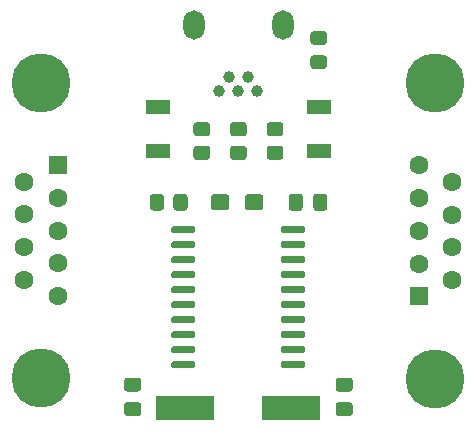
<source format=gbr>
%TF.GenerationSoftware,KiCad,Pcbnew,(5.1.6)-1*%
%TF.CreationDate,2021-06-08T09:34:39+02:00*%
%TF.ProjectId,Joyadapter_SMD,4a6f7961-6461-4707-9465-725f534d442e,rev?*%
%TF.SameCoordinates,Original*%
%TF.FileFunction,Soldermask,Top*%
%TF.FilePolarity,Negative*%
%FSLAX46Y46*%
G04 Gerber Fmt 4.6, Leading zero omitted, Abs format (unit mm)*
G04 Created by KiCad (PCBNEW (5.1.6)-1) date 2021-06-08 09:34:39*
%MOMM*%
%LPD*%
G01*
G04 APERTURE LIST*
%ADD10C,1.000000*%
%ADD11O,1.800000X2.500000*%
%ADD12R,5.000000X2.000000*%
%ADD13C,5.000000*%
%ADD14C,1.600000*%
%ADD15R,1.600000X1.600000*%
%ADD16R,2.000000X1.250000*%
G04 APERTURE END LIST*
D10*
%TO.C,J3*%
X149965000Y-94690000D03*
X148365000Y-94690000D03*
X150765000Y-95890000D03*
X147565000Y-95890000D03*
X149165000Y-95890000D03*
D11*
X152915000Y-90240000D03*
X145415000Y-90240000D03*
%TD*%
%TO.C,F1*%
G36*
G01*
X155514999Y-92840000D02*
X156415001Y-92840000D01*
G75*
G02*
X156665000Y-93089999I0J-249999D01*
G01*
X156665000Y-93740001D01*
G75*
G02*
X156415001Y-93990000I-249999J0D01*
G01*
X155514999Y-93990000D01*
G75*
G02*
X155265000Y-93740001I0J249999D01*
G01*
X155265000Y-93089999D01*
G75*
G02*
X155514999Y-92840000I249999J0D01*
G01*
G37*
G36*
G01*
X155514999Y-90790000D02*
X156415001Y-90790000D01*
G75*
G02*
X156665000Y-91039999I0J-249999D01*
G01*
X156665000Y-91690001D01*
G75*
G02*
X156415001Y-91940000I-249999J0D01*
G01*
X155514999Y-91940000D01*
G75*
G02*
X155265000Y-91690001I0J249999D01*
G01*
X155265000Y-91039999D01*
G75*
G02*
X155514999Y-90790000I249999J0D01*
G01*
G37*
%TD*%
%TO.C,R4*%
G36*
G01*
X148714999Y-100490000D02*
X149615001Y-100490000D01*
G75*
G02*
X149865000Y-100739999I0J-249999D01*
G01*
X149865000Y-101440001D01*
G75*
G02*
X149615001Y-101690000I-249999J0D01*
G01*
X148714999Y-101690000D01*
G75*
G02*
X148465000Y-101440001I0J249999D01*
G01*
X148465000Y-100739999D01*
G75*
G02*
X148714999Y-100490000I249999J0D01*
G01*
G37*
G36*
G01*
X148714999Y-98490000D02*
X149615001Y-98490000D01*
G75*
G02*
X149865000Y-98739999I0J-249999D01*
G01*
X149865000Y-99440001D01*
G75*
G02*
X149615001Y-99690000I-249999J0D01*
G01*
X148714999Y-99690000D01*
G75*
G02*
X148465000Y-99440001I0J249999D01*
G01*
X148465000Y-98739999D01*
G75*
G02*
X148714999Y-98490000I249999J0D01*
G01*
G37*
%TD*%
D12*
%TO.C,Y1*%
X153635000Y-122670000D03*
X144635000Y-122670000D03*
%TD*%
D13*
%TO.C,X2*%
X132445000Y-120180000D03*
X132445000Y-95180000D03*
D14*
X131025000Y-111835000D03*
X131025000Y-109065000D03*
X131025000Y-106295000D03*
X131025000Y-103525000D03*
X133865000Y-113220000D03*
X133865000Y-110450000D03*
X133865000Y-107680000D03*
X133865000Y-104910000D03*
D15*
X133865000Y-102140000D03*
%TD*%
%TO.C,R2*%
G36*
G01*
X146515001Y-99690000D02*
X145614999Y-99690000D01*
G75*
G02*
X145365000Y-99440001I0J249999D01*
G01*
X145365000Y-98739999D01*
G75*
G02*
X145614999Y-98490000I249999J0D01*
G01*
X146515001Y-98490000D01*
G75*
G02*
X146765000Y-98739999I0J-249999D01*
G01*
X146765000Y-99440001D01*
G75*
G02*
X146515001Y-99690000I-249999J0D01*
G01*
G37*
G36*
G01*
X146515001Y-101690000D02*
X145614999Y-101690000D01*
G75*
G02*
X145365000Y-101440001I0J249999D01*
G01*
X145365000Y-100739999D01*
G75*
G02*
X145614999Y-100490000I249999J0D01*
G01*
X146515001Y-100490000D01*
G75*
G02*
X146765000Y-100739999I0J-249999D01*
G01*
X146765000Y-101440001D01*
G75*
G02*
X146515001Y-101690000I-249999J0D01*
G01*
G37*
%TD*%
%TO.C,R1*%
G36*
G01*
X152715001Y-99690000D02*
X151814999Y-99690000D01*
G75*
G02*
X151565000Y-99440001I0J249999D01*
G01*
X151565000Y-98739999D01*
G75*
G02*
X151814999Y-98490000I249999J0D01*
G01*
X152715001Y-98490000D01*
G75*
G02*
X152965000Y-98739999I0J-249999D01*
G01*
X152965000Y-99440001D01*
G75*
G02*
X152715001Y-99690000I-249999J0D01*
G01*
G37*
G36*
G01*
X152715001Y-101690000D02*
X151814999Y-101690000D01*
G75*
G02*
X151565000Y-101440001I0J249999D01*
G01*
X151565000Y-100739999D01*
G75*
G02*
X151814999Y-100490000I249999J0D01*
G01*
X152715001Y-100490000D01*
G75*
G02*
X152965000Y-100739999I0J-249999D01*
G01*
X152965000Y-101440001D01*
G75*
G02*
X152715001Y-101690000I-249999J0D01*
G01*
G37*
%TD*%
%TO.C,C2*%
G36*
G01*
X148415000Y-104854999D02*
X148415000Y-105705001D01*
G75*
G02*
X148165001Y-105955000I-249999J0D01*
G01*
X147089999Y-105955000D01*
G75*
G02*
X146840000Y-105705001I0J249999D01*
G01*
X146840000Y-104854999D01*
G75*
G02*
X147089999Y-104605000I249999J0D01*
G01*
X148165001Y-104605000D01*
G75*
G02*
X148415000Y-104854999I0J-249999D01*
G01*
G37*
G36*
G01*
X151290000Y-104854999D02*
X151290000Y-105705001D01*
G75*
G02*
X151040001Y-105955000I-249999J0D01*
G01*
X149964999Y-105955000D01*
G75*
G02*
X149715000Y-105705001I0J249999D01*
G01*
X149715000Y-104854999D01*
G75*
G02*
X149964999Y-104605000I249999J0D01*
G01*
X151040001Y-104605000D01*
G75*
G02*
X151290000Y-104854999I0J-249999D01*
G01*
G37*
%TD*%
%TO.C,C1*%
G36*
G01*
X155515000Y-105755000D02*
X155515000Y-104805000D01*
G75*
G02*
X155765000Y-104555000I250000J0D01*
G01*
X156440000Y-104555000D01*
G75*
G02*
X156690000Y-104805000I0J-250000D01*
G01*
X156690000Y-105755000D01*
G75*
G02*
X156440000Y-106005000I-250000J0D01*
G01*
X155765000Y-106005000D01*
G75*
G02*
X155515000Y-105755000I0J250000D01*
G01*
G37*
G36*
G01*
X153440000Y-105755000D02*
X153440000Y-104805000D01*
G75*
G02*
X153690000Y-104555000I250000J0D01*
G01*
X154365000Y-104555000D01*
G75*
G02*
X154615000Y-104805000I0J-250000D01*
G01*
X154615000Y-105755000D01*
G75*
G02*
X154365000Y-106005000I-250000J0D01*
G01*
X153690000Y-106005000D01*
G75*
G02*
X153440000Y-105755000I0J250000D01*
G01*
G37*
%TD*%
D16*
%TO.C,D2*%
X142365000Y-100955000D03*
X142365000Y-97205000D03*
%TD*%
%TO.C,D1*%
X155965000Y-100955000D03*
X155965000Y-97205000D03*
%TD*%
D13*
%TO.C,X1*%
X165845000Y-95200000D03*
X165845000Y-120200000D03*
D14*
X167265000Y-103545000D03*
X167265000Y-106315000D03*
X167265000Y-109085000D03*
X167265000Y-111855000D03*
X164425000Y-102160000D03*
X164425000Y-104930000D03*
X164425000Y-107700000D03*
X164425000Y-110470000D03*
D15*
X164425000Y-113240000D03*
%TD*%
%TO.C,U1*%
G36*
G01*
X152780000Y-107745000D02*
X152780000Y-107445000D01*
G75*
G02*
X152930000Y-107295000I150000J0D01*
G01*
X154680000Y-107295000D01*
G75*
G02*
X154830000Y-107445000I0J-150000D01*
G01*
X154830000Y-107745000D01*
G75*
G02*
X154680000Y-107895000I-150000J0D01*
G01*
X152930000Y-107895000D01*
G75*
G02*
X152780000Y-107745000I0J150000D01*
G01*
G37*
G36*
G01*
X152780000Y-109015000D02*
X152780000Y-108715000D01*
G75*
G02*
X152930000Y-108565000I150000J0D01*
G01*
X154680000Y-108565000D01*
G75*
G02*
X154830000Y-108715000I0J-150000D01*
G01*
X154830000Y-109015000D01*
G75*
G02*
X154680000Y-109165000I-150000J0D01*
G01*
X152930000Y-109165000D01*
G75*
G02*
X152780000Y-109015000I0J150000D01*
G01*
G37*
G36*
G01*
X152780000Y-110285000D02*
X152780000Y-109985000D01*
G75*
G02*
X152930000Y-109835000I150000J0D01*
G01*
X154680000Y-109835000D01*
G75*
G02*
X154830000Y-109985000I0J-150000D01*
G01*
X154830000Y-110285000D01*
G75*
G02*
X154680000Y-110435000I-150000J0D01*
G01*
X152930000Y-110435000D01*
G75*
G02*
X152780000Y-110285000I0J150000D01*
G01*
G37*
G36*
G01*
X152780000Y-111555000D02*
X152780000Y-111255000D01*
G75*
G02*
X152930000Y-111105000I150000J0D01*
G01*
X154680000Y-111105000D01*
G75*
G02*
X154830000Y-111255000I0J-150000D01*
G01*
X154830000Y-111555000D01*
G75*
G02*
X154680000Y-111705000I-150000J0D01*
G01*
X152930000Y-111705000D01*
G75*
G02*
X152780000Y-111555000I0J150000D01*
G01*
G37*
G36*
G01*
X152780000Y-112825000D02*
X152780000Y-112525000D01*
G75*
G02*
X152930000Y-112375000I150000J0D01*
G01*
X154680000Y-112375000D01*
G75*
G02*
X154830000Y-112525000I0J-150000D01*
G01*
X154830000Y-112825000D01*
G75*
G02*
X154680000Y-112975000I-150000J0D01*
G01*
X152930000Y-112975000D01*
G75*
G02*
X152780000Y-112825000I0J150000D01*
G01*
G37*
G36*
G01*
X152780000Y-114095000D02*
X152780000Y-113795000D01*
G75*
G02*
X152930000Y-113645000I150000J0D01*
G01*
X154680000Y-113645000D01*
G75*
G02*
X154830000Y-113795000I0J-150000D01*
G01*
X154830000Y-114095000D01*
G75*
G02*
X154680000Y-114245000I-150000J0D01*
G01*
X152930000Y-114245000D01*
G75*
G02*
X152780000Y-114095000I0J150000D01*
G01*
G37*
G36*
G01*
X152780000Y-115365000D02*
X152780000Y-115065000D01*
G75*
G02*
X152930000Y-114915000I150000J0D01*
G01*
X154680000Y-114915000D01*
G75*
G02*
X154830000Y-115065000I0J-150000D01*
G01*
X154830000Y-115365000D01*
G75*
G02*
X154680000Y-115515000I-150000J0D01*
G01*
X152930000Y-115515000D01*
G75*
G02*
X152780000Y-115365000I0J150000D01*
G01*
G37*
G36*
G01*
X152780000Y-116635000D02*
X152780000Y-116335000D01*
G75*
G02*
X152930000Y-116185000I150000J0D01*
G01*
X154680000Y-116185000D01*
G75*
G02*
X154830000Y-116335000I0J-150000D01*
G01*
X154830000Y-116635000D01*
G75*
G02*
X154680000Y-116785000I-150000J0D01*
G01*
X152930000Y-116785000D01*
G75*
G02*
X152780000Y-116635000I0J150000D01*
G01*
G37*
G36*
G01*
X152780000Y-117905000D02*
X152780000Y-117605000D01*
G75*
G02*
X152930000Y-117455000I150000J0D01*
G01*
X154680000Y-117455000D01*
G75*
G02*
X154830000Y-117605000I0J-150000D01*
G01*
X154830000Y-117905000D01*
G75*
G02*
X154680000Y-118055000I-150000J0D01*
G01*
X152930000Y-118055000D01*
G75*
G02*
X152780000Y-117905000I0J150000D01*
G01*
G37*
G36*
G01*
X152780000Y-119175000D02*
X152780000Y-118875000D01*
G75*
G02*
X152930000Y-118725000I150000J0D01*
G01*
X154680000Y-118725000D01*
G75*
G02*
X154830000Y-118875000I0J-150000D01*
G01*
X154830000Y-119175000D01*
G75*
G02*
X154680000Y-119325000I-150000J0D01*
G01*
X152930000Y-119325000D01*
G75*
G02*
X152780000Y-119175000I0J150000D01*
G01*
G37*
G36*
G01*
X143480000Y-119175000D02*
X143480000Y-118875000D01*
G75*
G02*
X143630000Y-118725000I150000J0D01*
G01*
X145380000Y-118725000D01*
G75*
G02*
X145530000Y-118875000I0J-150000D01*
G01*
X145530000Y-119175000D01*
G75*
G02*
X145380000Y-119325000I-150000J0D01*
G01*
X143630000Y-119325000D01*
G75*
G02*
X143480000Y-119175000I0J150000D01*
G01*
G37*
G36*
G01*
X143480000Y-117905000D02*
X143480000Y-117605000D01*
G75*
G02*
X143630000Y-117455000I150000J0D01*
G01*
X145380000Y-117455000D01*
G75*
G02*
X145530000Y-117605000I0J-150000D01*
G01*
X145530000Y-117905000D01*
G75*
G02*
X145380000Y-118055000I-150000J0D01*
G01*
X143630000Y-118055000D01*
G75*
G02*
X143480000Y-117905000I0J150000D01*
G01*
G37*
G36*
G01*
X143480000Y-116635000D02*
X143480000Y-116335000D01*
G75*
G02*
X143630000Y-116185000I150000J0D01*
G01*
X145380000Y-116185000D01*
G75*
G02*
X145530000Y-116335000I0J-150000D01*
G01*
X145530000Y-116635000D01*
G75*
G02*
X145380000Y-116785000I-150000J0D01*
G01*
X143630000Y-116785000D01*
G75*
G02*
X143480000Y-116635000I0J150000D01*
G01*
G37*
G36*
G01*
X143480000Y-115365000D02*
X143480000Y-115065000D01*
G75*
G02*
X143630000Y-114915000I150000J0D01*
G01*
X145380000Y-114915000D01*
G75*
G02*
X145530000Y-115065000I0J-150000D01*
G01*
X145530000Y-115365000D01*
G75*
G02*
X145380000Y-115515000I-150000J0D01*
G01*
X143630000Y-115515000D01*
G75*
G02*
X143480000Y-115365000I0J150000D01*
G01*
G37*
G36*
G01*
X143480000Y-114095000D02*
X143480000Y-113795000D01*
G75*
G02*
X143630000Y-113645000I150000J0D01*
G01*
X145380000Y-113645000D01*
G75*
G02*
X145530000Y-113795000I0J-150000D01*
G01*
X145530000Y-114095000D01*
G75*
G02*
X145380000Y-114245000I-150000J0D01*
G01*
X143630000Y-114245000D01*
G75*
G02*
X143480000Y-114095000I0J150000D01*
G01*
G37*
G36*
G01*
X143480000Y-112825000D02*
X143480000Y-112525000D01*
G75*
G02*
X143630000Y-112375000I150000J0D01*
G01*
X145380000Y-112375000D01*
G75*
G02*
X145530000Y-112525000I0J-150000D01*
G01*
X145530000Y-112825000D01*
G75*
G02*
X145380000Y-112975000I-150000J0D01*
G01*
X143630000Y-112975000D01*
G75*
G02*
X143480000Y-112825000I0J150000D01*
G01*
G37*
G36*
G01*
X143480000Y-111555000D02*
X143480000Y-111255000D01*
G75*
G02*
X143630000Y-111105000I150000J0D01*
G01*
X145380000Y-111105000D01*
G75*
G02*
X145530000Y-111255000I0J-150000D01*
G01*
X145530000Y-111555000D01*
G75*
G02*
X145380000Y-111705000I-150000J0D01*
G01*
X143630000Y-111705000D01*
G75*
G02*
X143480000Y-111555000I0J150000D01*
G01*
G37*
G36*
G01*
X143480000Y-110285000D02*
X143480000Y-109985000D01*
G75*
G02*
X143630000Y-109835000I150000J0D01*
G01*
X145380000Y-109835000D01*
G75*
G02*
X145530000Y-109985000I0J-150000D01*
G01*
X145530000Y-110285000D01*
G75*
G02*
X145380000Y-110435000I-150000J0D01*
G01*
X143630000Y-110435000D01*
G75*
G02*
X143480000Y-110285000I0J150000D01*
G01*
G37*
G36*
G01*
X143480000Y-109015000D02*
X143480000Y-108715000D01*
G75*
G02*
X143630000Y-108565000I150000J0D01*
G01*
X145380000Y-108565000D01*
G75*
G02*
X145530000Y-108715000I0J-150000D01*
G01*
X145530000Y-109015000D01*
G75*
G02*
X145380000Y-109165000I-150000J0D01*
G01*
X143630000Y-109165000D01*
G75*
G02*
X143480000Y-109015000I0J150000D01*
G01*
G37*
G36*
G01*
X143480000Y-107745000D02*
X143480000Y-107445000D01*
G75*
G02*
X143630000Y-107295000I150000J0D01*
G01*
X145380000Y-107295000D01*
G75*
G02*
X145530000Y-107445000I0J-150000D01*
G01*
X145530000Y-107745000D01*
G75*
G02*
X145380000Y-107895000I-150000J0D01*
G01*
X143630000Y-107895000D01*
G75*
G02*
X143480000Y-107745000I0J150000D01*
G01*
G37*
%TD*%
%TO.C,R3*%
G36*
G01*
X143665000Y-105730001D02*
X143665000Y-104829999D01*
G75*
G02*
X143914999Y-104580000I249999J0D01*
G01*
X144615001Y-104580000D01*
G75*
G02*
X144865000Y-104829999I0J-249999D01*
G01*
X144865000Y-105730001D01*
G75*
G02*
X144615001Y-105980000I-249999J0D01*
G01*
X143914999Y-105980000D01*
G75*
G02*
X143665000Y-105730001I0J249999D01*
G01*
G37*
G36*
G01*
X141665000Y-105730001D02*
X141665000Y-104829999D01*
G75*
G02*
X141914999Y-104580000I249999J0D01*
G01*
X142615001Y-104580000D01*
G75*
G02*
X142865000Y-104829999I0J-249999D01*
G01*
X142865000Y-105730001D01*
G75*
G02*
X142615001Y-105980000I-249999J0D01*
G01*
X141914999Y-105980000D01*
G75*
G02*
X141665000Y-105730001I0J249999D01*
G01*
G37*
%TD*%
%TO.C,C4*%
G36*
G01*
X140690000Y-121305000D02*
X139740000Y-121305000D01*
G75*
G02*
X139490000Y-121055000I0J250000D01*
G01*
X139490000Y-120380000D01*
G75*
G02*
X139740000Y-120130000I250000J0D01*
G01*
X140690000Y-120130000D01*
G75*
G02*
X140940000Y-120380000I0J-250000D01*
G01*
X140940000Y-121055000D01*
G75*
G02*
X140690000Y-121305000I-250000J0D01*
G01*
G37*
G36*
G01*
X140690000Y-123380000D02*
X139740000Y-123380000D01*
G75*
G02*
X139490000Y-123130000I0J250000D01*
G01*
X139490000Y-122455000D01*
G75*
G02*
X139740000Y-122205000I250000J0D01*
G01*
X140690000Y-122205000D01*
G75*
G02*
X140940000Y-122455000I0J-250000D01*
G01*
X140940000Y-123130000D01*
G75*
G02*
X140690000Y-123380000I-250000J0D01*
G01*
G37*
%TD*%
%TO.C,C3*%
G36*
G01*
X158600000Y-121310000D02*
X157650000Y-121310000D01*
G75*
G02*
X157400000Y-121060000I0J250000D01*
G01*
X157400000Y-120385000D01*
G75*
G02*
X157650000Y-120135000I250000J0D01*
G01*
X158600000Y-120135000D01*
G75*
G02*
X158850000Y-120385000I0J-250000D01*
G01*
X158850000Y-121060000D01*
G75*
G02*
X158600000Y-121310000I-250000J0D01*
G01*
G37*
G36*
G01*
X158600000Y-123385000D02*
X157650000Y-123385000D01*
G75*
G02*
X157400000Y-123135000I0J250000D01*
G01*
X157400000Y-122460000D01*
G75*
G02*
X157650000Y-122210000I250000J0D01*
G01*
X158600000Y-122210000D01*
G75*
G02*
X158850000Y-122460000I0J-250000D01*
G01*
X158850000Y-123135000D01*
G75*
G02*
X158600000Y-123385000I-250000J0D01*
G01*
G37*
%TD*%
M02*

</source>
